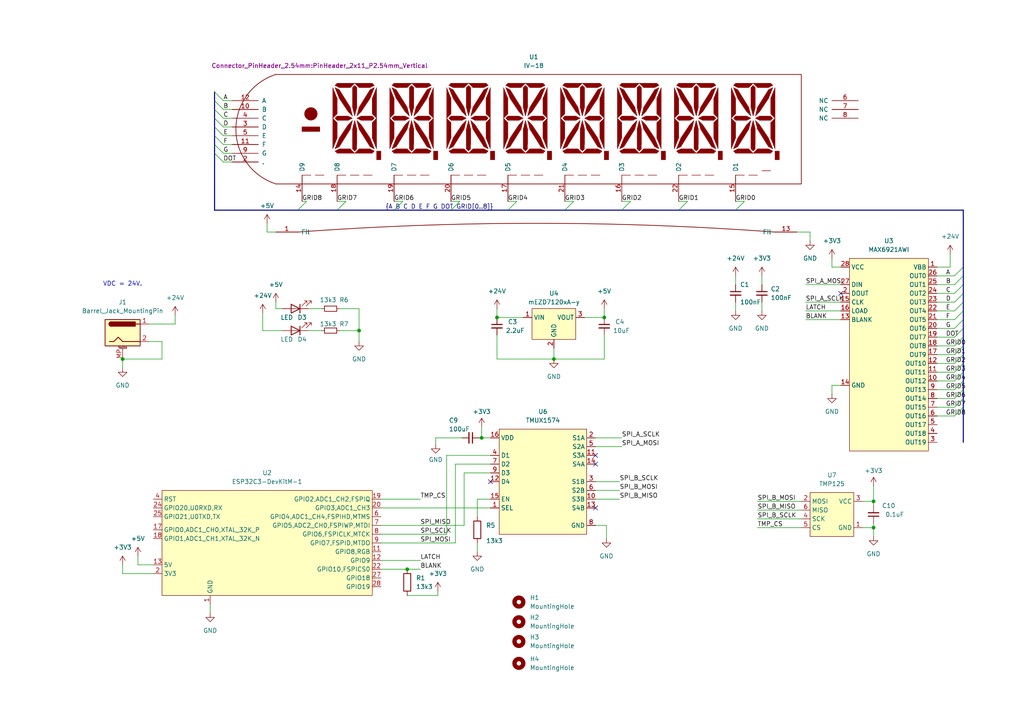
<source format=kicad_sch>
(kicad_sch (version 20230121) (generator eeschema)
  (paper "A4")
  (lib_symbols
    (symbol "Connector:Barrel_Jack_MountingPin" (pin_names hide)
      (property "Reference" "J" (at 0 5.334 0))
      (property "Value" "Barrel_Jack_MountingPin" (at 1.27 -6.35 0))
      (symbol "Barrel_Jack_MountingPin_1_1"
        (text "Mounting" (at 0 -4.191 0) (effects (font (size 0.381 0.381))))
        (pin passive line (at 7.62 2.54 180) (length 2.54) (name "~") (number "1"))
        (pin passive line (at 7.62 -2.54 180) (length 2.54) (name "~") (number "2"))
        (pin passive line (at 0 -7.62 90) (length 3.048) (name "MountPin") (number "MP"))
      )
    )
    (symbol "Device:C_Small" (pin_numbers hide) (pin_names (offset 0.254) hide)
      (property "Reference" "C" (at 0.254 1.778 0))
      (property "Value" "C_Small" (at 0.254 -2.032 0))
      (symbol "C_Small_1_1"
        (pin passive line (at 0 2.54 270) (length 2.032) (name "~") (number "1"))
        (pin passive line (at 0 -2.54 90) (length 2.032) (name "~") (number "2"))
      )
    )
    (symbol "Device:LED" (pin_numbers hide) (pin_names (offset 1.016) hide)
      (property "Reference" "D" (at 0 2.54 0))
      (property "Value" "LED" (at 0 -2.54 0))
      (symbol "LED_1_1"
        (pin passive line (at -3.81 0 0) (length 2.54) (name "K") (number "1"))
        (pin passive line (at 3.81 0 180) (length 2.54) (name "A") (number "2"))
      )
    )
    (symbol "Device:R" (pin_numbers hide) (pin_names (offset 0))
      (property "Reference" "R" (at 2.032 0 90))
      (property "Value" "R" (at 0 0 90))
      (symbol "R_1_1"
        (pin passive line (at 0 3.81 270) (length 1.27) (name "~") (number "1"))
        (pin passive line (at 0 -3.81 90) (length 1.27) (name "~") (number "2"))
      )
    )
    (symbol "Device:R_Small" (pin_numbers hide) (pin_names (offset 0.254) hide)
      (property "Reference" "R" (at 0.762 0.508 0))
      (property "Value" "R_Small" (at 0.762 -1.016 0))
      (symbol "R_Small_1_1"
        (pin passive line (at 0 2.54 270) (length 0.762) (name "~") (number "1"))
        (pin passive line (at 0 -2.54 90) (length 0.762) (name "~") (number "2"))
      )
    )
    (symbol "Mechanical:MountingHole" (pin_names (offset 1.016))
      (property "Reference" "H" (at 0 5.08 0))
      (property "Value" "MountingHole" (at 0 3.175 0))
    )
    (symbol "esp-clock:MAX6921"
      (property "Reference" "U" (at -10.16 29.21 0))
      (property "Value" "MAX6921AWI" (at -5.08 26.67 0))
      (symbol "MAX6921_1_1"
        (pin power_in line (at 13.97 22.86 180) (length 2.54) (name "VBB") (number "1"))
        (pin output line (at 13.97 -10.16 180) (length 2.54) (name "OUT12") (number "10"))
        (pin output line (at 13.97 -7.62 180) (length 2.54) (name "OUT11") (number "11"))
        (pin output line (at 13.97 -5.08 180) (length 2.54) (name "OUT10") (number "12"))
        (pin input line (at -13.97 7.62 0) (length 2.54) (name "BLANK") (number "13"))
        (pin input line (at -13.97 -11.43 0) (length 2.54) (name "GND") (number "14"))
        (pin input line (at -13.97 12.7 0) (length 2.54) (name "CLK") (number "15"))
        (pin input line (at -13.97 10.16 0) (length 2.54) (name "LOAD") (number "16"))
        (pin output line (at 13.97 -2.54 180) (length 2.54) (name "OUT9") (number "17"))
        (pin output line (at 13.97 0 180) (length 2.54) (name "OUT8") (number "18"))
        (pin output line (at 13.97 2.54 180) (length 2.54) (name "OUT7") (number "19"))
        (pin input line (at -13.97 15.24 0) (length 2.54) (name "DOUT") (number "2"))
        (pin output line (at 13.97 5.08 180) (length 2.54) (name "OUT6") (number "20"))
        (pin output line (at 13.97 7.62 180) (length 2.54) (name "OUT5") (number "21"))
        (pin output line (at 13.97 10.16 180) (length 2.54) (name "OUT4") (number "22"))
        (pin output line (at 13.97 12.7 180) (length 2.54) (name "OUT3") (number "23"))
        (pin output line (at 13.97 15.24 180) (length 2.54) (name "OUT2") (number "24"))
        (pin output line (at 13.97 17.78 180) (length 2.54) (name "OUT1") (number "25"))
        (pin output line (at 13.97 20.32 180) (length 2.54) (name "OUT0") (number "26"))
        (pin input line (at -13.97 17.78 0) (length 2.54) (name "DIN") (number "27"))
        (pin input line (at -13.97 22.86 0) (length 2.54) (name "VCC") (number "28"))
        (pin output line (at 13.97 -27.94 180) (length 2.54) (name "OUT19") (number "3"))
        (pin output line (at 13.97 -25.4 180) (length 2.54) (name "OUT18") (number "4"))
        (pin output line (at 13.97 -22.86 180) (length 2.54) (name "OUT17") (number "5"))
        (pin output line (at 13.97 -20.32 180) (length 2.54) (name "OUT16") (number "6"))
        (pin output line (at 13.97 -17.78 180) (length 2.54) (name "OUT15") (number "7"))
        (pin output line (at 13.97 -15.24 180) (length 2.54) (name "OUT14") (number "8"))
        (pin output line (at 13.97 -12.7 180) (length 2.54) (name "OUT13") (number "9"))
      )
    )
    (symbol "esp-clock:TMP125"
      (property "Reference" "U" (at -5.08 10.16 0))
      (property "Value" "TMP125" (at -2.54 7.62 0))
      (symbol "TMP125_1_1"
        (pin power_out line (at 8.89 -3.81 180) (length 2.54) (name "GND") (number "1"))
        (pin input line (at -8.89 3.81 0) (length 2.54) (name "MOSI") (number "2"))
        (pin power_in line (at 8.89 3.81 180) (length 2.54) (name "VCC") (number "3"))
        (pin input line (at -8.89 -1.27 0) (length 2.54) (name "SCK") (number "4"))
        (pin input line (at -8.89 -3.81 0) (length 2.54) (name "CS") (number "5"))
        (pin output line (at -8.89 1.27 0) (length 2.54) (name "MISO") (number "6"))
      )
    )
    (symbol "esp-clock:TMUX1574"
      (property "Reference" "U" (at -11.43 19.05 0))
      (property "Value" "TMUX1574" (at -7.62 16.51 0))
      (symbol "TMUX1574_1_1"
        (pin input line (at -15.24 -7.62 0) (length 2.54) (name "SEL") (number "1"))
        (pin output line (at 15.24 -5.08 180) (length 2.54) (name "S3B") (number "10"))
        (pin output line (at 15.24 7.62 180) (length 2.54) (name "S3A") (number "11"))
        (pin input line (at -15.24 0 0) (length 2.54) (name "D4") (number "12"))
        (pin output line (at 15.24 -7.62 180) (length 2.54) (name "S4B") (number "13"))
        (pin output line (at 15.24 5.08 180) (length 2.54) (name "S4A") (number "14"))
        (pin input line (at -15.24 -5.08 0) (length 2.54) (name "EN") (number "15"))
        (pin power_in line (at -15.24 12.7 0) (length 2.54) (name "VDD") (number "16"))
        (pin output line (at 15.24 12.7 180) (length 2.54) (name "S1A") (number "2"))
        (pin output line (at 15.24 0 180) (length 2.54) (name "S1B") (number "3"))
        (pin input line (at -15.24 7.62 0) (length 2.54) (name "D1") (number "4"))
        (pin output line (at 15.24 10.16 180) (length 2.54) (name "S2A") (number "5"))
        (pin output line (at 15.24 -2.54 180) (length 2.54) (name "S2B") (number "6"))
        (pin input line (at -15.24 5.08 0) (length 2.54) (name "D2") (number "7"))
        (pin power_out line (at 15.24 -12.7 180) (length 2.54) (name "GND") (number "8"))
        (pin input line (at -15.24 2.54 0) (length 2.54) (name "D3") (number "9"))
      )
    )
    (symbol "esp-clock:esp32c3-mini-devkit"
      (property "Reference" "U" (at -27.94 19.05 0))
      (property "Value" "ESP32C3-DevKitM-1" (at -19.05 16.51 0))
      (symbol "esp32c3-mini-devkit_1_1"
        (pin passive line (at -15.24 -17.78 90) (length 2.54) (name "GND") (number "1"))
        (pin input line (at 34.29 -2.54 180) (length 2.54) (name "GPIO8,RGB") (number "11"))
        (pin input line (at 34.29 -5.08 180) (length 2.54) (name "GPIO9") (number "12"))
        (pin power_in line (at -31.75 -6.35 0) (length 2.54) (name "5V") (number "13"))
        (pin input line (at -31.75 3.81 0) (length 2.54) (name "GPIO0,ADC1_CH0,XTAL_32K_P") (number "17"))
        (pin input line (at -31.75 1.27 0) (length 2.54) (name "GPIO1,ADC1_CH1,XTAL_32K_N") (number "18"))
        (pin input line (at 34.29 12.7 180) (length 2.54) (name "GPIO2,ADC1_CH2,FSPIQ") (number "19"))
        (pin power_in line (at -31.75 -8.89 0) (length 2.54) (name "3V3") (number "2"))
        (pin input line (at 34.29 10.16 180) (length 2.54) (name "GPIO3,ADC1_CH3") (number "20"))
        (pin input line (at 34.29 -7.62 180) (length 2.54) (name "GPIO10,FSPICS0") (number "22"))
        (pin input line (at -31.75 10.16 0) (length 2.54) (name "GPIO20,U0RXD,RX") (number "24"))
        (pin input line (at -31.75 7.62 0) (length 2.54) (name "GPIO21,U0TXD,TX") (number "25"))
        (pin input line (at 34.29 -10.16 180) (length 2.54) (name "GPIO18") (number "27"))
        (pin input line (at 34.29 -12.7 180) (length 2.54) (name "GPIO19") (number "28"))
        (pin input line (at -31.75 12.7 0) (length 2.54) (name "RST") (number "4"))
        (pin input line (at 34.29 7.62 180) (length 2.54) (name "GPIO4,ADC1_CH4,FSPIHD,MTMS") (number "6"))
        (pin input line (at 34.29 5.08 180) (length 2.54) (name "GPIO5,ADC2_CH0,FSPIWP,MTDI") (number "7"))
        (pin input line (at 34.29 2.54 180) (length 2.54) (name "GPIO6,FSPICLK,MTCK") (number "8"))
        (pin input line (at 34.29 0 180) (length 2.54) (name "GPIO7,FSPID,MTDO") (number "9"))
      )
    )
    (symbol "esp-clock:mEZD7120xA-y"
      (property "Reference" "U" (at 0 7.62 0))
      (property "Value" "mEZD7120xA-y" (at 0 5.08 0))
      (symbol "mEZD7120xA-y_1_1"
        (pin power_in line (at -8.89 1.27 0) (length 2.54) (name "VIN") (number "1"))
        (pin passive line (at 0 -7.62 90) (length 2.54) (name "GND") (number "2"))
        (pin power_out line (at 8.89 1.27 180) (length 2.54) (name "VOUT") (number "3"))
      )
    )
    (symbol "power:+24V" (power) (pin_names (offset 0))
      (property "Value" "+24V" (at 0 3.556 0))
      (symbol "+24V_1_1"
        (pin power_in line (at 0 0 90) (length 0) hide (name "+24V") (number "1"))
      )
    )
    (symbol "power:+3V3" (power) (pin_names (offset 0))
      (property "Value" "+3V3" (at 0 3.556 0))
      (symbol "+3V3_1_1"
        (pin power_in line (at 0 0 90) (length 0) hide (name "+3V3") (number "1"))
      )
    )
    (symbol "power:+5V" (power) (pin_names (offset 0))
      (property "Value" "+5V" (at 0 3.556 0))
      (symbol "+5V_1_1"
        (pin power_in line (at 0 0 90) (length 0) hide (name "+5V") (number "1"))
      )
    )
    (symbol "power:GND" (power) (pin_names (offset 0))
      (property "Value" "GND" (at 0 -3.81 0))
      (symbol "GND_1_1"
        (pin power_in line (at 0 0 270) (length 0) hide (name "GND") (number "1"))
      )
    )
    (symbol "vfd:IV-18" (pin_names (offset 1.016))
      (property "Reference" "U" (at 0 15.24 0))
      (property "Value" "IV-18" (at 153.67 -27.94 0))
      (symbol "IV-18_1_1"
        (pin passive line (at -12.7 -33.02 0) (length 6.35) (name "Fil") (number "1"))
        (pin passive line (at -25.4 2.54 0) (length 7.62) (name "B") (number "10"))
        (pin passive line (at -25.4 -7.62 0) (length 7.62) (name "F") (number "11"))
        (pin passive line (at -25.4 5.08 0) (length 7.62) (name "A") (number "12"))
        (pin passive line (at 138.43 -33.02 180) (length 6.35) (name "Fil") (number "13"))
        (pin passive line (at -5.08 -24.13 90) (length 7.62) (name "D9") (number "14"))
        (pin passive line (at 120.65 -24.13 90) (length 7.62) (name "D1") (number "15"))
        (pin passive line (at 87.63 -24.13 90) (length 7.62) (name "D3") (number "16"))
        (pin passive line (at 54.61 -24.13 90) (length 7.62) (name "D5") (number "17"))
        (pin passive line (at 5.08 -24.13 90) (length 7.62) (name "D8") (number "18"))
        (pin passive line (at 21.59 -24.13 90) (length 7.62) (name "D7") (number "19"))
        (pin passive line (at -25.4 -12.7 0) (length 7.62) (name ".") (number "2"))
        (pin passive line (at 38.1 -24.13 90) (length 7.62) (name "D6") (number "20"))
        (pin passive line (at 71.12 -24.13 90) (length 7.62) (name "D4") (number "21"))
        (pin passive line (at 104.14 -24.13 90) (length 7.62) (name "D2") (number "22"))
        (pin passive line (at -25.4 -2.54 0) (length 7.62) (name "D") (number "3"))
        (pin passive line (at -25.4 0 0) (length 7.62) (name "C") (number "4"))
        (pin passive line (at -25.4 -5.08 0) (length 7.62) (name "E") (number "5"))
        (pin passive line (at 156.21 5.08 180) (length 7.62) (name "NC") (number "6"))
        (pin passive line (at 156.21 2.54 180) (length 7.62) (name "NC") (number "7"))
        (pin passive line (at 156.21 0 180) (length 7.62) (name "NC") (number "8"))
        (pin passive line (at -25.4 -10.16 0) (length 7.62) (name "G") (number "9"))
      )
    )
  )
  (junction (at 160.655 104.14))
  (junction (at 253.365 145.415))
  (junction (at 144.145 92.075))
  (junction (at 104.14 95.885))
  (junction (at 139.7 127))
  (junction (at 253.365 153.035))
  (junction (at 35.56 104.14))
  (junction (at 175.26 92.075))
  (junction (at 118.11 165.1))
  (no_connect (at 142.24 139.7))
  (no_connect (at 172.72 132.08))
  (no_connect (at 172.72 147.32))
  (no_connect (at 243.84 85.09))
  (no_connect (at 172.72 134.62))
  (bus_entry (at 279.4 87.63) (size -2.54 2.54))
  (bus_entry (at 279.4 100.33) (size -2.54 2.54))
  (bus_entry (at 180.34 60.96) (size 2.54 -2.54))
  (bus_entry (at 196.85 60.96) (size 2.54 -2.54))
  (bus_entry (at 279.4 113.03) (size -2.54 2.54))
  (bus_entry (at 279.4 107.95) (size -2.54 2.54))
  (bus_entry (at 114.3 60.96) (size 2.54 -2.54))
  (bus_entry (at 279.4 115.57) (size -2.54 2.54))
  (bus_entry (at 62.23 39.37) (size 2.54 2.54))
  (bus_entry (at 279.4 118.11) (size -2.54 2.54))
  (bus_entry (at 97.79 60.96) (size 2.54 -2.54))
  (bus_entry (at 279.4 90.17) (size -2.54 2.54))
  (bus_entry (at 130.81 60.96) (size 2.54 -2.54))
  (bus_entry (at 62.23 31.75) (size 2.54 2.54))
  (bus_entry (at 279.4 82.55) (size -2.54 2.54))
  (bus_entry (at 213.36 60.96) (size 2.54 -2.54))
  (bus_entry (at 62.23 34.29) (size 2.54 2.54))
  (bus_entry (at 279.4 95.25) (size -2.54 2.54))
  (bus_entry (at 62.23 26.67) (size 2.54 2.54))
  (bus_entry (at 62.23 36.83) (size 2.54 2.54))
  (bus_entry (at 279.4 102.87) (size -2.54 2.54))
  (bus_entry (at 62.23 41.91) (size 2.54 2.54))
  (bus_entry (at 279.4 80.01) (size -2.54 2.54))
  (bus_entry (at 279.4 110.49) (size -2.54 2.54))
  (bus_entry (at 279.4 77.47) (size -2.54 2.54))
  (bus_entry (at 279.4 105.41) (size -2.54 2.54))
  (bus_entry (at 86.36 60.96) (size 2.54 -2.54))
  (bus_entry (at 62.23 44.45) (size 2.54 2.54))
  (bus_entry (at 62.23 29.21) (size 2.54 2.54))
  (bus_entry (at 279.4 85.09) (size -2.54 2.54))
  (bus_entry (at 163.83 60.96) (size 2.54 -2.54))
  (bus_entry (at 279.4 97.79) (size -2.54 2.54))
  (bus_entry (at 147.32 60.96) (size 2.54 -2.54))
  (bus_entry (at 279.4 92.71) (size -2.54 2.54))
  (wire (pts (xy 76.2 90.805) (xy 76.2 95.885)))
  (wire (pts (xy 233.68 90.17) (xy 243.84 90.17)))
  (wire (pts (xy 250.19 145.415) (xy 253.365 145.415)))
  (wire (pts (xy 64.77 31.75) (xy 67.31 31.75)))
  (wire (pts (xy 35.56 104.14) (xy 35.56 106.68)))
  (wire (pts (xy 134.62 152.4) (xy 134.62 137.16)))
  (wire (pts (xy 44.45 166.37) (xy 35.56 166.37)))
  (wire (pts (xy 89.535 89.535) (xy 93.345 89.535)))
  (wire (pts (xy 271.78 110.49) (xy 276.86 110.49)))
  (wire (pts (xy 175.895 152.4) (xy 175.895 156.21)))
  (wire (pts (xy 76.2 95.885) (xy 81.915 95.885)))
  (wire (pts (xy 127 171.45) (xy 127 172.72)))
  (wire (pts (xy 139.7 127) (xy 142.24 127)))
  (wire (pts (xy 160.655 104.14) (xy 144.145 104.14)))
  (wire (pts (xy 104.14 89.535) (xy 104.14 95.885)))
  (wire (pts (xy 139.7 123.825) (xy 139.7 127)))
  (wire (pts (xy 132.08 134.62) (xy 142.24 134.62)))
  (wire (pts (xy 134.62 137.16) (xy 142.24 137.16)))
  (wire (pts (xy 271.78 97.79) (xy 276.86 97.79)))
  (wire (pts (xy 169.545 92.075) (xy 175.26 92.075)))
  (wire (pts (xy 213.36 87.63) (xy 213.36 90.17)))
  (wire (pts (xy 275.59 73.66) (xy 275.59 77.47)))
  (wire (pts (xy 40.005 163.83) (xy 44.45 163.83)))
  (wire (pts (xy 234.95 67.31) (xy 234.95 69.85)))
  (wire (pts (xy 253.365 153.035) (xy 253.365 155.575)))
  (wire (pts (xy 110.49 147.32) (xy 142.24 147.32)))
  (bus (pts (xy 279.4 92.71) (xy 279.4 95.25)))
  (bus (pts (xy 279.4 113.03) (xy 279.4 115.57)))
  (wire (pts (xy 220.98 80.01) (xy 220.98 82.55)))
  (wire (pts (xy 138.43 144.78) (xy 138.43 149.86)))
  (bus (pts (xy 279.4 110.49) (xy 279.4 113.03)))
  (wire (pts (xy 172.72 144.78) (xy 179.705 144.78)))
  (wire (pts (xy 233.68 87.63) (xy 243.84 87.63)))
  (wire (pts (xy 46.99 104.14) (xy 35.56 104.14)))
  (wire (pts (xy 110.49 144.78) (xy 121.92 144.78)))
  (bus (pts (xy 279.4 87.63) (xy 279.4 90.17)))
  (bus (pts (xy 62.23 36.83) (xy 62.23 39.37)))
  (wire (pts (xy 40.005 161.29) (xy 40.005 163.83)))
  (wire (pts (xy 64.77 41.91) (xy 67.31 41.91)))
  (wire (pts (xy 104.14 95.885) (xy 104.14 99.06)))
  (bus (pts (xy 62.23 31.75) (xy 62.23 34.29)))
  (wire (pts (xy 271.78 115.57) (xy 276.86 115.57)))
  (wire (pts (xy 87.63 58.42) (xy 88.9 58.42)))
  (bus (pts (xy 279.4 115.57) (xy 279.4 118.11)))
  (bus (pts (xy 279.4 105.41) (xy 279.4 107.95)))
  (wire (pts (xy 129.54 154.94) (xy 129.54 132.08)))
  (wire (pts (xy 271.78 102.87) (xy 276.86 102.87)))
  (wire (pts (xy 219.71 150.495) (xy 232.41 150.495)))
  (wire (pts (xy 64.77 29.21) (xy 67.31 29.21)))
  (wire (pts (xy 220.98 87.63) (xy 220.98 90.17)))
  (bus (pts (xy 279.4 97.79) (xy 279.4 100.33)))
  (wire (pts (xy 219.71 153.035) (xy 232.41 153.035)))
  (wire (pts (xy 130.81 58.42) (xy 133.35 58.42)))
  (wire (pts (xy 151.765 92.075) (xy 144.145 92.075)))
  (wire (pts (xy 81.915 89.535) (xy 80.01 89.535)))
  (bus (pts (xy 279.4 118.11) (xy 279.4 128.27)))
  (wire (pts (xy 110.49 165.1) (xy 118.11 165.1)))
  (wire (pts (xy 89.535 95.885) (xy 93.345 95.885)))
  (wire (pts (xy 129.54 132.08) (xy 142.24 132.08)))
  (bus (pts (xy 279.4 95.25) (xy 279.4 97.79)))
  (wire (pts (xy 271.78 107.95) (xy 276.86 107.95)))
  (bus (pts (xy 279.4 60.96) (xy 279.4 77.47)))
  (wire (pts (xy 243.84 111.76) (xy 241.3 111.76)))
  (wire (pts (xy 132.08 157.48) (xy 132.08 134.62)))
  (wire (pts (xy 139.065 127) (xy 139.7 127)))
  (wire (pts (xy 118.11 172.72) (xy 127 172.72)))
  (bus (pts (xy 62.23 60.96) (xy 86.36 60.96)))
  (wire (pts (xy 241.3 74.93) (xy 241.3 77.47)))
  (wire (pts (xy 175.26 104.14) (xy 175.26 97.155)))
  (wire (pts (xy 77.47 67.31) (xy 77.47 64.77)))
  (bus (pts (xy 62.23 34.29) (xy 62.23 36.83)))
  (wire (pts (xy 144.145 104.14) (xy 144.145 97.155)))
  (wire (pts (xy 250.19 153.035) (xy 253.365 153.035)))
  (wire (pts (xy 172.72 127) (xy 180.34 127)))
  (wire (pts (xy 126.365 127) (xy 126.365 128.905)))
  (wire (pts (xy 97.79 58.42) (xy 100.33 58.42)))
  (wire (pts (xy 172.72 129.54) (xy 180.34 129.54)))
  (bus (pts (xy 62.23 44.45) (xy 62.23 60.96)))
  (wire (pts (xy 271.78 80.01) (xy 276.86 80.01)))
  (bus (pts (xy 279.4 85.09) (xy 279.4 87.63)))
  (wire (pts (xy 114.3 58.42) (xy 116.84 58.42)))
  (bus (pts (xy 196.85 60.96) (xy 213.36 60.96)))
  (wire (pts (xy 144.145 92.075) (xy 144.145 89.535)))
  (wire (pts (xy 271.78 82.55) (xy 276.86 82.55)))
  (wire (pts (xy 142.24 144.78) (xy 138.43 144.78)))
  (wire (pts (xy 271.78 100.33) (xy 276.86 100.33)))
  (wire (pts (xy 133.985 127) (xy 126.365 127)))
  (wire (pts (xy 271.78 105.41) (xy 276.86 105.41)))
  (bus (pts (xy 97.79 60.96) (xy 114.3 60.96)))
  (wire (pts (xy 271.78 95.25) (xy 276.86 95.25)))
  (wire (pts (xy 180.34 58.42) (xy 182.88 58.42)))
  (wire (pts (xy 233.68 82.55) (xy 243.84 82.55)))
  (wire (pts (xy 64.77 39.37) (xy 67.31 39.37)))
  (wire (pts (xy 243.84 77.47) (xy 241.3 77.47)))
  (bus (pts (xy 279.4 107.95) (xy 279.4 110.49)))
  (wire (pts (xy 110.49 157.48) (xy 132.08 157.48)))
  (wire (pts (xy 98.425 89.535) (xy 104.14 89.535)))
  (wire (pts (xy 60.96 175.26) (xy 60.96 177.8)))
  (bus (pts (xy 279.4 90.17) (xy 279.4 92.71)))
  (bus (pts (xy 180.34 60.96) (xy 196.85 60.96)))
  (wire (pts (xy 80.01 87.63) (xy 80.01 89.535)))
  (bus (pts (xy 279.4 80.01) (xy 279.4 82.55)))
  (bus (pts (xy 62.23 39.37) (xy 62.23 41.91)))
  (bus (pts (xy 62.23 26.67) (xy 62.23 29.21)))
  (wire (pts (xy 219.71 145.415) (xy 232.41 145.415)))
  (wire (pts (xy 271.78 92.71) (xy 276.86 92.71)))
  (wire (pts (xy 196.85 58.42) (xy 199.39 58.42)))
  (wire (pts (xy 118.11 165.1) (xy 121.92 165.1)))
  (wire (pts (xy 241.3 111.76) (xy 241.3 114.3)))
  (wire (pts (xy 271.78 113.03) (xy 276.86 113.03)))
  (wire (pts (xy 253.365 140.97) (xy 253.365 145.415)))
  (wire (pts (xy 172.72 139.7) (xy 179.705 139.7)))
  (wire (pts (xy 175.26 89.535) (xy 175.26 92.075)))
  (wire (pts (xy 172.72 142.24) (xy 179.705 142.24)))
  (wire (pts (xy 271.78 85.09) (xy 276.86 85.09)))
  (wire (pts (xy 160.655 104.14) (xy 175.26 104.14)))
  (bus (pts (xy 279.4 82.55) (xy 279.4 85.09)))
  (bus (pts (xy 279.4 77.47) (xy 279.4 80.01)))
  (wire (pts (xy 172.72 152.4) (xy 175.895 152.4)))
  (wire (pts (xy 80.01 67.31) (xy 77.47 67.31)))
  (bus (pts (xy 114.3 60.96) (xy 130.81 60.96)))
  (wire (pts (xy 233.68 92.71) (xy 243.84 92.71)))
  (bus (pts (xy 163.83 60.96) (xy 180.34 60.96)))
  (wire (pts (xy 163.83 58.42) (xy 166.37 58.42)))
  (wire (pts (xy 271.78 77.47) (xy 275.59 77.47)))
  (bus (pts (xy 147.32 60.96) (xy 163.83 60.96)))
  (wire (pts (xy 271.78 87.63) (xy 276.86 87.63)))
  (wire (pts (xy 110.49 154.94) (xy 129.54 154.94)))
  (wire (pts (xy 110.49 162.56) (xy 121.92 162.56)))
  (wire (pts (xy 253.365 145.415) (xy 253.365 146.685)))
  (wire (pts (xy 271.78 120.65) (xy 276.86 120.65)))
  (wire (pts (xy 35.56 163.83) (xy 35.56 166.37)))
  (bus (pts (xy 62.23 41.91) (xy 62.23 44.45)))
  (wire (pts (xy 64.77 34.29) (xy 67.31 34.29)))
  (wire (pts (xy 219.71 147.955) (xy 232.41 147.955)))
  (wire (pts (xy 271.78 90.17) (xy 276.86 90.17)))
  (wire (pts (xy 231.14 67.31) (xy 234.95 67.31)))
  (bus (pts (xy 279.4 102.87) (xy 279.4 105.41)))
  (wire (pts (xy 160.655 100.965) (xy 160.655 104.14)))
  (bus (pts (xy 213.36 60.96) (xy 279.4 60.96)))
  (wire (pts (xy 98.425 95.885) (xy 104.14 95.885)))
  (wire (pts (xy 43.18 99.06) (xy 46.99 99.06)))
  (bus (pts (xy 62.23 29.21) (xy 62.23 31.75)))
  (bus (pts (xy 279.4 100.33) (xy 279.4 102.87)))
  (wire (pts (xy 213.36 80.01) (xy 213.36 82.55)))
  (wire (pts (xy 64.77 36.83) (xy 67.31 36.83)))
  (wire (pts (xy 50.8 91.44) (xy 50.8 93.98)))
  (wire (pts (xy 213.36 58.42) (xy 215.9 58.42)))
  (wire (pts (xy 64.77 46.99) (xy 67.31 46.99)))
  (bus (pts (xy 86.36 60.96) (xy 97.79 60.96)))
  (wire (pts (xy 64.77 44.45) (xy 67.31 44.45)))
  (wire (pts (xy 147.32 58.42) (xy 149.86 58.42)))
  (wire (pts (xy 138.43 157.48) (xy 138.43 160.02)))
  (wire (pts (xy 110.49 152.4) (xy 134.62 152.4)))
  (wire (pts (xy 43.18 93.98) (xy 50.8 93.98)))
  (wire (pts (xy 253.365 151.765) (xy 253.365 153.035)))
  (wire (pts (xy 271.78 118.11) (xy 276.86 118.11)))
  (bus (pts (xy 130.81 60.96) (xy 147.32 60.96)))
  (wire (pts (xy 46.99 99.06) (xy 46.99 104.14)))
  (text "VDC = 24V." (at 29.845 83.185 0) (effects (font (size 1.27 1.27)) (justify left bottom)))
  (label "SPI_MISO" (at 121.92 152.4 0))
  (label "G" (at 64.77 44.45 0))
  (label "GRID2" (at 274.32 105.41 0))
  (label "SPI_B_MOSI" (at 179.705 142.24 0))
  (label "SPI_A_MOSI" (at 233.68 82.55 0))
  (label "D" (at 64.77 36.83 0))
  (label "GRID0" (at 213.36 58.42 0))
  (label "F" (at 64.77 41.91 0))
  (label "B" (at 64.77 31.75 0))
  (label "SPI_A_MOSI" (at 180.34 129.54 0))
  (label "F" (at 274.32 92.71 0))
  (label "BLANK" (at 121.92 165.1 0))
  (label "GRID6" (at 114.3 58.42 0))
  (label "G" (at 274.32 95.25 0))
  (label "E" (at 64.77 39.37 0))
  (label "GRID5" (at 130.81 58.42 0))
  (label "SPI_B_MISO" (at 219.71 147.955 0))
  (label "{A B C D E F G DOT GRID[0..8]}" (at 111.76 60.96 0))
  (label "SPI_B_SCLK" (at 219.71 150.495 0))
  (label "B" (at 274.32 82.55 0))
  (label "SPI_B_SCLK" (at 179.705 139.7 0))
  (label "C" (at 64.77 34.29 0))
  (label "TMP_CS" (at 219.71 153.035 0))
  (label "DOT" (at 64.77 46.99 0))
  (label "GRID6" (at 274.32 115.57 0))
  (label "SPI_MOSI" (at 121.92 157.48 0))
  (label "GRID4" (at 147.32 58.42 0))
  (label "C" (at 274.32 85.09 0))
  (label "GRID7" (at 274.32 118.11 0))
  (label "GRID2" (at 180.34 58.42 0))
  (label "SPI_B_MOSI" (at 219.71 145.415 0))
  (label "GRID0" (at 274.32 100.33 0))
  (label "GRID7" (at 97.79 58.42 0))
  (label "SPI_SCLK" (at 121.92 154.94 0))
  (label "GRID3" (at 274.32 107.95 0))
  (label "SPI_A_SCLK" (at 233.68 87.63 0))
  (label "DOT" (at 274.32 97.79 0))
  (label "GRID3" (at 163.83 58.42 0))
  (label "SPI_B_MISO" (at 179.705 144.78 0))
  (label "E" (at 274.32 90.17 0))
  (label "A" (at 274.32 80.01 0))
  (label "LATCH" (at 121.92 162.56 0))
  (label "A" (at 64.77 29.21 0))
  (label "TMP_CS" (at 121.92 144.78 0))
  (label "LATCH" (at 233.68 90.17 0))
  (label "GRID1" (at 274.32 102.87 0))
  (label "GRID4" (at 274.32 110.49 0))
  (label "GRID8" (at 274.32 120.65 0))
  (label "BLANK" (at 233.68 92.71 0))
  (label "GRID1" (at 196.85 58.42 0))
  (label "GRID5" (at 274.32 113.03 0))
  (label "GRID8" (at 87.63 58.42 0))
  (label "SPI_A_SCLK" (at 180.34 127 0))
  (label "D" (at 274.32 87.63 0))
  (symbol (lib_id "power:+24V") (at 275.59 73.66 0) (unit 1)
    (property "Reference" "#PWR06" (effects hide))
    (property "Value" "+24V" (at 275.59 68.58 0))
  )
  (symbol (lib_id "power:GND") (at 104.14 99.06 0) (unit 1)
    (property "Reference" "#PWR030" (effects hide))
    (property "Value" "GND" (at 104.14 104.14 0))
  )
  (symbol (lib_id "esp-clock:TMP125") (at 241.3 149.225 0) (unit 1)
    (property "Reference" "U7" (at 241.3 137.795 0))
    (property "Value" "TMP125" (at 241.3 140.335 0))
    (property "Footprint" "Package_TO_SOT_SMD:SOT-23-6_Handsoldering" (effects hide))
  )
  (symbol (lib_id "Device:R_Small") (at 95.885 95.885 270) (unit 1)
    (property "Reference" "R7" (at 98.425 93.98 90) (effects (justify left)))
    (property "Value" "13k3" (at 92.71 93.98 90) (effects (justify left)))
    (property "Footprint" "Resistor_SMD:R_0603_1608Metric_Pad0.98x0.95mm_HandSolder" (effects hide))
  )
  (symbol (lib_id "power:+24V") (at 144.145 89.535 0) (unit 1)
    (property "Reference" "#PWR016" (effects hide))
    (property "Value" "+24V" (at 144.145 84.455 0))
  )
  (symbol (lib_id "power:GND") (at 60.96 177.8 0) (unit 1)
    (property "Reference" "#PWR09" (effects hide))
    (property "Value" "GND" (at 60.96 182.88 0))
  )
  (symbol (lib_id "vfd:IV-18") (at 92.71 34.29 0) (unit 1)
    (property "Reference" "U1" (at 154.8102 16.51 0))
    (property "Value" "IV-18" (at 154.8102 19.05 0))
    (property "Footprint" "Connector_PinHeader_2.54mm:PinHeader_2x11_P2.54mm_Vertical" (at 92.71 19.05 0))
  )
  (symbol (lib_id "power:+3V3") (at 35.56 163.83 0) (unit 1)
    (property "Reference" "#PWR07" (effects hide))
    (property "Value" "+3V3" (at 35.56 158.75 0))
  )
  (symbol (lib_id "power:+3V3") (at 241.3 74.93 0) (unit 1)
    (property "Reference" "#PWR04" (effects hide))
    (property "Value" "+3V3" (at 241.3 69.85 0))
  )
  (symbol (lib_id "power:+3V3") (at 127 171.45 0) (unit 1)
    (property "Reference" "#PWR05" (effects hide))
    (property "Value" "+3V3" (at 127 166.37 0))
  )
  (symbol (lib_id "Mechanical:MountingHole") (at 150.495 180.34 0) (unit 1)
    (property "Reference" "H2" (at 153.67 179.07 0) (effects (justify left)))
    (property "Value" "MountingHole" (at 153.67 181.61 0) (effects (justify left)))
    (property "Footprint" "MountingHole:MountingHole_2.7mm_M2.5" (effects hide))
  )
  (symbol (lib_id "power:GND") (at 220.98 90.17 0) (unit 1)
    (property "Reference" "#PWR013" (effects hide))
    (property "Value" "GND" (at 220.98 95.25 0))
  )
  (symbol (lib_id "Device:R_Small") (at 95.885 89.535 270) (unit 1)
    (property "Reference" "R6" (at 98.425 86.995 90) (effects (justify left)))
    (property "Value" "13k3" (at 92.71 86.995 90) (effects (justify left)))
    (property "Footprint" "Resistor_SMD:R_0603_1608Metric_Pad0.98x0.95mm_HandSolder" (effects hide))
  )
  (symbol (lib_id "power:GND") (at 234.95 69.85 0) (unit 1)
    (property "Reference" "#PWR01" (effects hide))
    (property "Value" "GND" (at 234.95 74.93 0))
  )
  (symbol (lib_id "power:GND") (at 241.3 114.3 0) (unit 1)
    (property "Reference" "#PWR03" (effects hide))
    (property "Value" "GND" (at 241.3 119.38 0))
  )
  (symbol (lib_id "power:GND") (at 126.365 128.905 0) (unit 1)
    (property "Reference" "#PWR027" (effects hide))
    (property "Value" "GND" (at 126.365 133.35 0))
  )
  (symbol (lib_id "power:GND") (at 175.895 156.21 0) (unit 1)
    (property "Reference" "#PWR025" (effects hide))
    (property "Value" "GND" (at 175.895 161.29 0))
  )
  (symbol (lib_id "Mechanical:MountingHole") (at 150.495 192.405 0) (unit 1)
    (property "Reference" "H4" (at 153.67 191.135 0) (effects (justify left)))
    (property "Value" "MountingHole" (at 153.67 193.675 0) (effects (justify left)))
    (property "Footprint" "MountingHole:MountingHole_2.7mm_M2.5" (effects hide))
  )
  (symbol (lib_id "power:+5V") (at 40.005 161.29 0) (unit 1)
    (property "Reference" "#PWR08" (effects hide))
    (property "Value" "+5V" (at 40.005 156.21 0))
  )
  (symbol (lib_id "power:+3V3") (at 139.7 123.825 0) (unit 1)
    (property "Reference" "#PWR026" (effects hide))
    (property "Value" "+3V3" (at 139.7 119.38 0))
  )
  (symbol (lib_id "power:+5V") (at 77.47 64.77 0) (unit 1)
    (property "Reference" "#PWR02" (effects hide))
    (property "Value" "+5V" (at 77.47 59.69 0))
  )
  (symbol (lib_id "power:+3V3") (at 253.365 140.97 0) (unit 1)
    (property "Reference" "#PWR029" (effects hide))
    (property "Value" "+3V3" (at 253.365 136.525 0))
  )
  (symbol (lib_id "esp-clock:esp32c3-mini-devkit") (at 76.2 157.48 0) (unit 1)
    (property "Reference" "U2" (at 77.47 137.16 0))
    (property "Value" "ESP32C3-DevKitM-1" (at 77.47 139.7 0))
    (property "Footprint" "esp-clock:esp32c3_devkit_minim1" (effects hide))
  )
  (symbol (lib_id "Device:R") (at 138.43 153.67 0) (unit 1)
    (property "Reference" "R5" (at 140.97 152.4 0) (effects (justify left)))
    (property "Value" "13k3" (at 140.97 156.845 0) (effects (justify left)))
    (property "Footprint" "Resistor_SMD:R_0603_1608Metric_Pad0.98x0.95mm_HandSolder" (effects hide))
  )
  (symbol (lib_id "Device:C_Small") (at 144.145 94.615 0) (unit 1)
    (property "Reference" "C3" (at 147.32 93.345 0) (effects (justify left)))
    (property "Value" "2.2uF" (at 146.685 95.885 0) (effects (justify left)))
    (property "Footprint" "Capacitor_SMD:C_0603_1608Metric_Pad1.08x0.95mm_HandSolder" (effects hide))
  )
  (symbol (lib_id "Device:C_Small") (at 220.98 85.09 0) (unit 1)
    (property "Reference" "C2" (at 223.52 83.8263 0) (effects (justify left)))
    (property "Value" "100nF" (at 223.52 86.3663 0) (effects (justify left)))
    (property "Footprint" "Capacitor_SMD:C_0603_1608Metric_Pad1.08x0.95mm_HandSolder" (effects hide))
  )
  (symbol (lib_id "power:GND") (at 138.43 160.02 0) (unit 1)
    (property "Reference" "#PWR024" (effects hide))
    (property "Value" "GND" (at 138.43 165.1 0))
  )
  (symbol (lib_id "Mechanical:MountingHole") (at 150.495 186.055 0) (unit 1)
    (property "Reference" "H3" (at 153.67 184.785 0) (effects (justify left)))
    (property "Value" "MountingHole" (at 153.67 187.325 0) (effects (justify left)))
    (property "Footprint" "MountingHole:MountingHole_2.7mm_M2.5" (effects hide))
  )
  (symbol (lib_id "power:+24V") (at 213.36 80.01 0) (unit 1)
    (property "Reference" "#PWR011" (effects hide))
    (property "Value" "+24V" (at 213.36 74.93 0))
  )
  (symbol (lib_id "Device:LED") (at 85.725 95.885 180) (unit 1)
    (property "Reference" "D4" (at 87.63 98.425 0))
    (property "Value" "LED" (at 83.185 98.425 0))
    (property "Footprint" "LED_SMD:LED_0603_1608Metric_Pad1.05x0.95mm_HandSolder" (effects hide))
  )
  (symbol (lib_id "Device:C_Small") (at 213.36 85.09 0) (unit 1)
    (property "Reference" "C1" (at 214.63 82.55 0) (effects (justify left)))
    (property "Value" "100nF" (at 214.63 87.63 0) (effects (justify left)))
    (property "Footprint" "Capacitor_SMD:C_0603_1608Metric_Pad1.08x0.95mm_HandSolder" (effects hide))
  )
  (symbol (lib_id "power:+3V3") (at 220.98 80.01 0) (unit 1)
    (property "Reference" "#PWR010" (effects hide))
    (property "Value" "+3V3" (at 220.98 74.93 0))
  )
  (symbol (lib_id "power:GND") (at 253.365 155.575 0) (unit 1)
    (property "Reference" "#PWR028" (effects hide))
    (property "Value" "GND" (at 253.365 160.655 0))
  )
  (symbol (lib_id "Mechanical:MountingHole") (at 150.495 174.625 0) (unit 1)
    (property "Reference" "H1" (at 153.67 173.355 0) (effects (justify left)))
    (property "Value" "MountingHole" (at 153.67 175.895 0) (effects (justify left)))
    (property "Footprint" "MountingHole:MountingHole_2.7mm_M2.5" (effects hide))
  )
  (symbol (lib_id "Device:C_Small") (at 136.525 127 270) (unit 1)
    (property "Reference" "C9" (at 130.175 121.92 90) (effects (justify left)))
    (property "Value" "100uF" (at 130.175 124.46 90) (effects (justify left)))
    (property "Footprint" "Capacitor_SMD:C_0603_1608Metric_Pad1.08x0.95mm_HandSolder" (effects hide))
  )
  (symbol (lib_id "Device:LED") (at 85.725 89.535 180) (unit 1)
    (property "Reference" "D3" (at 87.63 92.075 0))
    (property "Value" "LED" (at 83.185 92.075 0))
    (property "Footprint" "LED_SMD:LED_0603_1608Metric_Pad1.05x0.95mm_HandSolder" (effects hide))
  )
  (symbol (lib_id "Device:C_Small") (at 253.365 149.225 180) (unit 1)
    (property "Reference" "C10" (at 259.715 146.685 0) (effects (justify left)))
    (property "Value" "0.1uF" (at 262.255 149.225 0) (effects (justify left)))
    (property "Footprint" "Capacitor_SMD:C_0603_1608Metric_Pad1.08x0.95mm_HandSolder" (effects hide))
  )
  (symbol (lib_id "Device:R") (at 118.11 168.91 0) (unit 1)
    (property "Reference" "R1" (at 120.65 167.64 0) (effects (justify left)))
    (property "Value" "13k3" (at 120.65 170.18 0) (effects (justify left)))
    (property "Footprint" "Resistor_SMD:R_0603_1608Metric_Pad0.98x0.95mm_HandSolder" (effects hide))
  )
  (symbol (lib_id "esp-clock:TMUX1574") (at 157.48 139.7 0) (unit 1)
    (property "Reference" "U6" (at 157.48 119.38 0))
    (property "Value" "TMUX1574" (at 157.48 121.92 0))
    (property "Footprint" "Package_SO:TSSOP-16_4.4x5mm_P0.65mm" (effects hide))
  )
  (symbol (lib_id "esp-clock:mEZD7120xA-y") (at 160.655 93.345 0) (unit 1)
    (property "Reference" "U4" (at 160.655 85.09 0))
    (property "Value" "mEZD7120xA-y" (at 160.655 87.63 0))
    (property "Footprint" "Connector_PinHeader_2.54mm:PinHeader_1x03_P2.54mm_Horizontal" (effects hide))
    (property "Datasheet" "https://www.monolithicpower.com/en/mezd71202a-g.html" (effects hide))
  )
  (symbol (lib_id "power:GND") (at 35.56 106.68 0) (unit 1)
    (property "Reference" "#PWR014" (effects hide))
    (property "Value" "GND" (at 35.56 111.76 0))
  )
  (symbol (lib_id "power:+5V") (at 80.01 87.63 0) (unit 1)
    (property "Reference" "#PWR033" (effects hide))
    (property "Value" "+5V" (at 80.01 82.55 0))
  )
  (symbol (lib_id "power:GND") (at 160.655 104.14 0) (unit 1)
    (property "Reference" "#PWR018" (effects hide))
    (property "Value" "GND" (at 160.655 109.22 0))
  )
  (symbol (lib_id "Device:C_Small") (at 175.26 94.615 0) (unit 1)
    (property "Reference" "C4" (at 178.435 93.345 0) (effects (justify left)))
    (property "Value" "10uF" (at 177.8 95.885 0) (effects (justify left)))
    (property "Footprint" "Capacitor_SMD:C_0603_1608Metric_Pad1.08x0.95mm_HandSolder" (effects hide))
  )
  (symbol (lib_id "power:+5V") (at 175.26 89.535 0) (unit 1)
    (property "Reference" "#PWR017" (effects hide))
    (property "Value" "+5V" (at 175.26 84.455 0))
  )
  (symbol (lib_id "power:+24V") (at 50.8 91.44 0) (unit 1)
    (property "Reference" "#PWR015" (effects hide))
    (property "Value" "+24V" (at 50.8 86.36 0))
  )
  (symbol (lib_id "Connector:Barrel_Jack_MountingPin") (at 35.56 96.52 0) (unit 1)
    (property "Reference" "J1" (at 35.56 87.63 0))
    (property "Value" "Barrel_Jack_MountingPin" (at 35.56 90.17 0))
    (property "Footprint" "Connector_BarrelJack:BarrelJack_CUI_PJ-063AH_Horizontal" (effects hide))
  )
  (symbol (lib_id "esp-clock:MAX6921") (at 257.81 100.33 0) (unit 1)
    (property "Reference" "U3" (at 257.81 69.85 0))
    (property "Value" "MAX6921AWI" (at 257.81 72.39 0))
    (property "Footprint" "esp-clock:WSO-28" (effects hide))
  )
  (symbol (lib_id "power:GND") (at 213.36 90.17 0) (unit 1)
    (property "Reference" "#PWR012" (effects hide))
    (property "Value" "GND" (at 213.36 95.25 0))
  )
  (symbol (lib_id "power:+24V") (at 76.2 90.805 0) (unit 1)
    (property "Reference" "#PWR032" (effects hide))
    (property "Value" "+24V" (at 76.2 85.725 0))
  )
)
</source>
